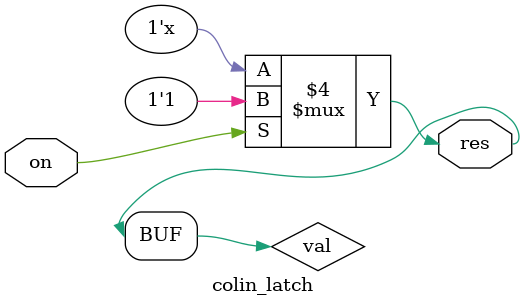
<source format=v>
module colin_latch(
    input on, 
    output res);
    
    reg val = 1'b0;
    assign res = val;
    always @(*) begin
        if (on) val = 1'b1;
    end

endmodule
</source>
